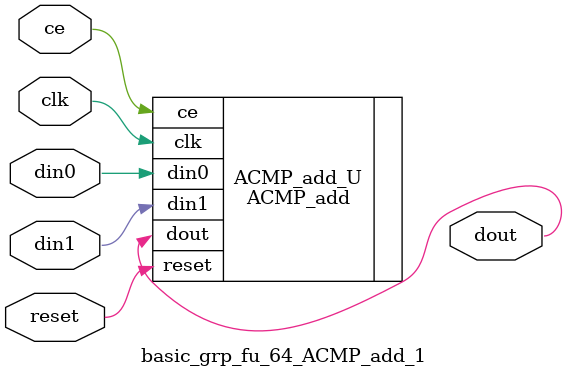
<source format=v>

`timescale 1 ns / 1 ps
module basic_grp_fu_64_ACMP_add_1(
    clk,
    reset,
    ce,
    din0,
    din1,
    dout);

parameter ID = 32'd1;
parameter NUM_STAGE = 32'd1;
parameter din0_WIDTH = 32'd1;
parameter din1_WIDTH = 32'd1;
parameter dout_WIDTH = 32'd1;
input clk;
input reset;
input ce;
input[din0_WIDTH - 1:0] din0;
input[din1_WIDTH - 1:0] din1;
output[dout_WIDTH - 1:0] dout;



ACMP_add #(
.ID( ID ),
.NUM_STAGE( 2 ),
.din0_WIDTH( din0_WIDTH ),
.din1_WIDTH( din1_WIDTH ),
.dout_WIDTH( dout_WIDTH ))
ACMP_add_U(
    .clk( clk ),
    .reset( reset ),
    .ce( ce ),
    .din0( din0 ),
    .din1( din1 ),
    .dout( dout ));

endmodule

</source>
